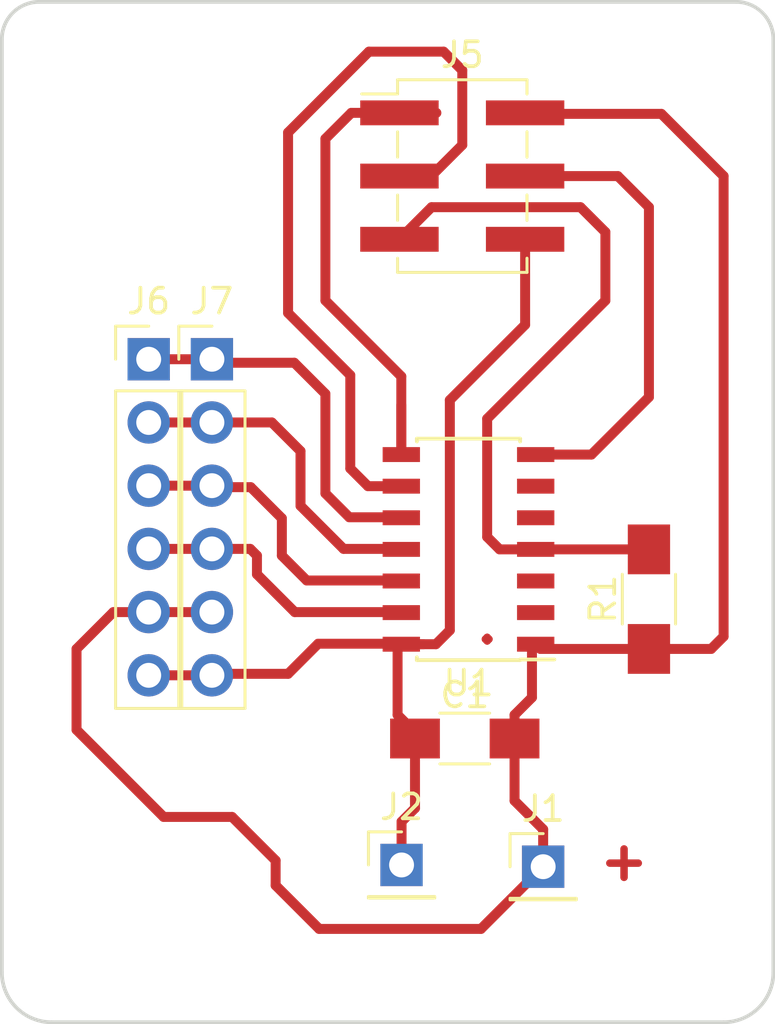
<source format=kicad_pcb>
(kicad_pcb (version 4) (host pcbnew 4.0.7)

  (general
    (links 24)
    (no_connects 0)
    (area 209.924999 71.924999 241.075001 113.075001)
    (thickness 1.6)
    (drawings 10)
    (tracks 103)
    (zones 0)
    (modules 8)
    (nets 15)
  )

  (page A4)
  (layers
    (0 F.Cu signal)
    (31 B.Cu signal)
    (32 B.Adhes user)
    (33 F.Adhes user)
    (34 B.Paste user)
    (35 F.Paste user)
    (36 B.SilkS user)
    (37 F.SilkS user)
    (38 B.Mask user)
    (39 F.Mask user)
    (40 Dwgs.User user)
    (41 Cmts.User user)
    (42 Eco1.User user)
    (43 Eco2.User user)
    (44 Edge.Cuts user)
    (45 Margin user)
    (46 B.CrtYd user)
    (47 F.CrtYd user)
    (48 B.Fab user)
    (49 F.Fab user)
  )

  (setup
    (last_trace_width 0.4)
    (trace_clearance 0.4)
    (zone_clearance 0.508)
    (zone_45_only no)
    (trace_min 0.2)
    (segment_width 0.2)
    (edge_width 0.15)
    (via_size 0.6)
    (via_drill 0.4)
    (via_min_size 0.4)
    (via_min_drill 0.3)
    (uvia_size 0.3)
    (uvia_drill 0.1)
    (uvias_allowed no)
    (uvia_min_size 0.2)
    (uvia_min_drill 0.1)
    (pcb_text_width 0.3)
    (pcb_text_size 1.5 1.5)
    (mod_edge_width 0.15)
    (mod_text_size 1 1)
    (mod_text_width 0.15)
    (pad_size 1.524 1.524)
    (pad_drill 0.762)
    (pad_to_mask_clearance 0.2)
    (aux_axis_origin 0 0)
    (visible_elements FFFFFF7F)
    (pcbplotparams
      (layerselection 0x00030_80000001)
      (usegerberextensions false)
      (excludeedgelayer true)
      (linewidth 0.100000)
      (plotframeref false)
      (viasonmask false)
      (mode 1)
      (useauxorigin false)
      (hpglpennumber 1)
      (hpglpenspeed 20)
      (hpglpendiameter 15)
      (hpglpenoverlay 2)
      (psnegative false)
      (psa4output false)
      (plotreference true)
      (plotvalue true)
      (plotinvisibletext false)
      (padsonsilk false)
      (subtractmaskfromsilk false)
      (outputformat 1)
      (mirror false)
      (drillshape 1)
      (scaleselection 1)
      (outputdirectory ""))
  )

  (net 0 "")
  (net 1 "Net-(C1-Pad1)")
  (net 2 "Net-(C1-Pad2)")
  (net 3 "Net-(J5-Pad1)")
  (net 4 "Net-(J5-Pad3)")
  (net 5 "Net-(J5-Pad4)")
  (net 6 "Net-(J5-Pad5)")
  (net 7 "Net-(J6-Pad3)")
  (net 8 "Net-(J6-Pad4)")
  (net 9 "Net-(U1-Pad2)")
  (net 10 "Net-(U1-Pad3)")
  (net 11 "Net-(U1-Pad5)")
  (net 12 "Net-(U1-Pad6)")
  (net 13 "Net-(J6-Pad1)")
  (net 14 "Net-(J6-Pad2)")

  (net_class Default "This is the default net class."
    (clearance 0.4)
    (trace_width 0.4)
    (via_dia 0.6)
    (via_drill 0.4)
    (uvia_dia 0.3)
    (uvia_drill 0.1)
    (add_net "Net-(C1-Pad1)")
    (add_net "Net-(C1-Pad2)")
    (add_net "Net-(J5-Pad1)")
    (add_net "Net-(J5-Pad3)")
    (add_net "Net-(J5-Pad4)")
    (add_net "Net-(J5-Pad5)")
    (add_net "Net-(J6-Pad1)")
    (add_net "Net-(J6-Pad2)")
    (add_net "Net-(J6-Pad3)")
    (add_net "Net-(J6-Pad4)")
    (add_net "Net-(U1-Pad2)")
    (add_net "Net-(U1-Pad3)")
    (add_net "Net-(U1-Pad5)")
    (add_net "Net-(U1-Pad6)")
  )

  (module Pin_Headers:Pin_Header_Straight_2x03_Pitch2.54mm_SMD (layer F.Cu) (tedit 59650532) (tstamp 5B4E37EE)
    (at 228.5 79)
    (descr "surface-mounted straight pin header, 2x03, 2.54mm pitch, double rows")
    (tags "Surface mounted pin header SMD 2x03 2.54mm double row")
    (path /5B4E216F)
    (attr smd)
    (fp_text reference J5 (at 0 -4.87) (layer F.SilkS)
      (effects (font (size 1 1) (thickness 0.15)))
    )
    (fp_text value Conn_02x03_Odd_Even (at 0 4.87) (layer F.Fab)
      (effects (font (size 1 1) (thickness 0.15)))
    )
    (fp_line (start 2.54 3.81) (end -2.54 3.81) (layer F.Fab) (width 0.1))
    (fp_line (start -1.59 -3.81) (end 2.54 -3.81) (layer F.Fab) (width 0.1))
    (fp_line (start -2.54 3.81) (end -2.54 -2.86) (layer F.Fab) (width 0.1))
    (fp_line (start -2.54 -2.86) (end -1.59 -3.81) (layer F.Fab) (width 0.1))
    (fp_line (start 2.54 -3.81) (end 2.54 3.81) (layer F.Fab) (width 0.1))
    (fp_line (start -2.54 -2.86) (end -3.6 -2.86) (layer F.Fab) (width 0.1))
    (fp_line (start -3.6 -2.86) (end -3.6 -2.22) (layer F.Fab) (width 0.1))
    (fp_line (start -3.6 -2.22) (end -2.54 -2.22) (layer F.Fab) (width 0.1))
    (fp_line (start 2.54 -2.86) (end 3.6 -2.86) (layer F.Fab) (width 0.1))
    (fp_line (start 3.6 -2.86) (end 3.6 -2.22) (layer F.Fab) (width 0.1))
    (fp_line (start 3.6 -2.22) (end 2.54 -2.22) (layer F.Fab) (width 0.1))
    (fp_line (start -2.54 -0.32) (end -3.6 -0.32) (layer F.Fab) (width 0.1))
    (fp_line (start -3.6 -0.32) (end -3.6 0.32) (layer F.Fab) (width 0.1))
    (fp_line (start -3.6 0.32) (end -2.54 0.32) (layer F.Fab) (width 0.1))
    (fp_line (start 2.54 -0.32) (end 3.6 -0.32) (layer F.Fab) (width 0.1))
    (fp_line (start 3.6 -0.32) (end 3.6 0.32) (layer F.Fab) (width 0.1))
    (fp_line (start 3.6 0.32) (end 2.54 0.32) (layer F.Fab) (width 0.1))
    (fp_line (start -2.54 2.22) (end -3.6 2.22) (layer F.Fab) (width 0.1))
    (fp_line (start -3.6 2.22) (end -3.6 2.86) (layer F.Fab) (width 0.1))
    (fp_line (start -3.6 2.86) (end -2.54 2.86) (layer F.Fab) (width 0.1))
    (fp_line (start 2.54 2.22) (end 3.6 2.22) (layer F.Fab) (width 0.1))
    (fp_line (start 3.6 2.22) (end 3.6 2.86) (layer F.Fab) (width 0.1))
    (fp_line (start 3.6 2.86) (end 2.54 2.86) (layer F.Fab) (width 0.1))
    (fp_line (start -2.6 -3.87) (end 2.6 -3.87) (layer F.SilkS) (width 0.12))
    (fp_line (start -2.6 3.87) (end 2.6 3.87) (layer F.SilkS) (width 0.12))
    (fp_line (start -4.04 -3.3) (end -2.6 -3.3) (layer F.SilkS) (width 0.12))
    (fp_line (start -2.6 -3.87) (end -2.6 -3.3) (layer F.SilkS) (width 0.12))
    (fp_line (start 2.6 -3.87) (end 2.6 -3.3) (layer F.SilkS) (width 0.12))
    (fp_line (start -2.6 3.3) (end -2.6 3.87) (layer F.SilkS) (width 0.12))
    (fp_line (start 2.6 3.3) (end 2.6 3.87) (layer F.SilkS) (width 0.12))
    (fp_line (start -2.6 -1.78) (end -2.6 -0.76) (layer F.SilkS) (width 0.12))
    (fp_line (start 2.6 -1.78) (end 2.6 -0.76) (layer F.SilkS) (width 0.12))
    (fp_line (start -2.6 0.76) (end -2.6 1.78) (layer F.SilkS) (width 0.12))
    (fp_line (start 2.6 0.76) (end 2.6 1.78) (layer F.SilkS) (width 0.12))
    (fp_line (start -5.9 -4.35) (end -5.9 4.35) (layer F.CrtYd) (width 0.05))
    (fp_line (start -5.9 4.35) (end 5.9 4.35) (layer F.CrtYd) (width 0.05))
    (fp_line (start 5.9 4.35) (end 5.9 -4.35) (layer F.CrtYd) (width 0.05))
    (fp_line (start 5.9 -4.35) (end -5.9 -4.35) (layer F.CrtYd) (width 0.05))
    (fp_text user %R (at 0 0 90) (layer F.Fab)
      (effects (font (size 1 1) (thickness 0.15)))
    )
    (pad 1 smd rect (at -2.525 -2.54) (size 3.15 1) (layers F.Cu F.Paste F.Mask)
      (net 3 "Net-(J5-Pad1)"))
    (pad 2 smd rect (at 2.525 -2.54) (size 3.15 1) (layers F.Cu F.Paste F.Mask)
      (net 2 "Net-(C1-Pad2)"))
    (pad 3 smd rect (at -2.525 0) (size 3.15 1) (layers F.Cu F.Paste F.Mask)
      (net 4 "Net-(J5-Pad3)"))
    (pad 4 smd rect (at 2.525 0) (size 3.15 1) (layers F.Cu F.Paste F.Mask)
      (net 5 "Net-(J5-Pad4)"))
    (pad 5 smd rect (at -2.525 2.54) (size 3.15 1) (layers F.Cu F.Paste F.Mask)
      (net 6 "Net-(J5-Pad5)"))
    (pad 6 smd rect (at 2.525 2.54) (size 3.15 1) (layers F.Cu F.Paste F.Mask)
      (net 1 "Net-(C1-Pad1)"))
    (model ${KISYS3DMOD}/Pin_Headers.3dshapes/Pin_Header_Straight_2x03_Pitch2.54mm_SMD.wrl
      (at (xyz 0 0 0))
      (scale (xyz 1 1 1))
      (rotate (xyz 0 0 0))
    )
  )

  (module Housings_SOIC:SOIC-14_3.9x8.7mm_Pitch1.27mm (layer F.Cu) (tedit 58CC8F64) (tstamp 5B4E381A)
    (at 228.75 94 180)
    (descr "14-Lead Plastic Small Outline (SL) - Narrow, 3.90 mm Body [SOIC] (see Microchip Packaging Specification 00000049BS.pdf)")
    (tags "SOIC 1.27")
    (path /5B4E221D)
    (attr smd)
    (fp_text reference U1 (at 0 -5.375 180) (layer F.SilkS)
      (effects (font (size 1 1) (thickness 0.15)))
    )
    (fp_text value ATTINY84-20SSU (at 0 5.375 180) (layer F.Fab)
      (effects (font (size 1 1) (thickness 0.15)))
    )
    (fp_text user %R (at 0 0 180) (layer F.Fab)
      (effects (font (size 0.9 0.9) (thickness 0.135)))
    )
    (fp_line (start -0.95 -4.35) (end 1.95 -4.35) (layer F.Fab) (width 0.15))
    (fp_line (start 1.95 -4.35) (end 1.95 4.35) (layer F.Fab) (width 0.15))
    (fp_line (start 1.95 4.35) (end -1.95 4.35) (layer F.Fab) (width 0.15))
    (fp_line (start -1.95 4.35) (end -1.95 -3.35) (layer F.Fab) (width 0.15))
    (fp_line (start -1.95 -3.35) (end -0.95 -4.35) (layer F.Fab) (width 0.15))
    (fp_line (start -3.7 -4.65) (end -3.7 4.65) (layer F.CrtYd) (width 0.05))
    (fp_line (start 3.7 -4.65) (end 3.7 4.65) (layer F.CrtYd) (width 0.05))
    (fp_line (start -3.7 -4.65) (end 3.7 -4.65) (layer F.CrtYd) (width 0.05))
    (fp_line (start -3.7 4.65) (end 3.7 4.65) (layer F.CrtYd) (width 0.05))
    (fp_line (start -2.075 -4.45) (end -2.075 -4.425) (layer F.SilkS) (width 0.15))
    (fp_line (start 2.075 -4.45) (end 2.075 -4.335) (layer F.SilkS) (width 0.15))
    (fp_line (start 2.075 4.45) (end 2.075 4.335) (layer F.SilkS) (width 0.15))
    (fp_line (start -2.075 4.45) (end -2.075 4.335) (layer F.SilkS) (width 0.15))
    (fp_line (start -2.075 -4.45) (end 2.075 -4.45) (layer F.SilkS) (width 0.15))
    (fp_line (start -2.075 4.45) (end 2.075 4.45) (layer F.SilkS) (width 0.15))
    (fp_line (start -2.075 -4.425) (end -3.45 -4.425) (layer F.SilkS) (width 0.15))
    (pad 1 smd rect (at -2.7 -3.81 180) (size 1.5 0.6) (layers F.Cu F.Paste F.Mask)
      (net 2 "Net-(C1-Pad2)"))
    (pad 2 smd rect (at -2.7 -2.54 180) (size 1.5 0.6) (layers F.Cu F.Paste F.Mask)
      (net 9 "Net-(U1-Pad2)"))
    (pad 3 smd rect (at -2.7 -1.27 180) (size 1.5 0.6) (layers F.Cu F.Paste F.Mask)
      (net 10 "Net-(U1-Pad3)"))
    (pad 4 smd rect (at -2.7 0 180) (size 1.5 0.6) (layers F.Cu F.Paste F.Mask)
      (net 6 "Net-(J5-Pad5)"))
    (pad 5 smd rect (at -2.7 1.27 180) (size 1.5 0.6) (layers F.Cu F.Paste F.Mask)
      (net 11 "Net-(U1-Pad5)"))
    (pad 6 smd rect (at -2.7 2.54 180) (size 1.5 0.6) (layers F.Cu F.Paste F.Mask)
      (net 12 "Net-(U1-Pad6)"))
    (pad 7 smd rect (at -2.7 3.81 180) (size 1.5 0.6) (layers F.Cu F.Paste F.Mask)
      (net 5 "Net-(J5-Pad4)"))
    (pad 8 smd rect (at 2.7 3.81 180) (size 1.5 0.6) (layers F.Cu F.Paste F.Mask)
      (net 3 "Net-(J5-Pad1)"))
    (pad 9 smd rect (at 2.7 2.54 180) (size 1.5 0.6) (layers F.Cu F.Paste F.Mask)
      (net 4 "Net-(J5-Pad3)"))
    (pad 10 smd rect (at 2.7 1.27 180) (size 1.5 0.6) (layers F.Cu F.Paste F.Mask)
      (net 13 "Net-(J6-Pad1)"))
    (pad 11 smd rect (at 2.7 0 180) (size 1.5 0.6) (layers F.Cu F.Paste F.Mask)
      (net 14 "Net-(J6-Pad2)"))
    (pad 12 smd rect (at 2.7 -1.27 180) (size 1.5 0.6) (layers F.Cu F.Paste F.Mask)
      (net 7 "Net-(J6-Pad3)"))
    (pad 13 smd rect (at 2.7 -2.54 180) (size 1.5 0.6) (layers F.Cu F.Paste F.Mask)
      (net 8 "Net-(J6-Pad4)"))
    (pad 14 smd rect (at 2.7 -3.81 180) (size 1.5 0.6) (layers F.Cu F.Paste F.Mask)
      (net 1 "Net-(C1-Pad1)"))
    (model ${KISYS3DMOD}/Housings_SOIC.3dshapes/SOIC-14_3.9x8.7mm_Pitch1.27mm.wrl
      (at (xyz 0 0 0))
      (scale (xyz 1 1 1))
      (rotate (xyz 0 0 0))
    )
  )

  (module Capacitors_SMD:C_1206_HandSoldering (layer F.Cu) (tedit 58AA84D1) (tstamp 5B4E37DA)
    (at 228.6 101.6)
    (descr "Capacitor SMD 1206, hand soldering")
    (tags "capacitor 1206")
    (path /5B4E2AF2)
    (attr smd)
    (fp_text reference C1 (at 0 -1.75) (layer F.SilkS)
      (effects (font (size 1 1) (thickness 0.15)))
    )
    (fp_text value C (at 0 2) (layer F.Fab)
      (effects (font (size 1 1) (thickness 0.15)))
    )
    (fp_text user %R (at 0 -1.75) (layer F.Fab)
      (effects (font (size 1 1) (thickness 0.15)))
    )
    (fp_line (start -1.6 0.8) (end -1.6 -0.8) (layer F.Fab) (width 0.1))
    (fp_line (start 1.6 0.8) (end -1.6 0.8) (layer F.Fab) (width 0.1))
    (fp_line (start 1.6 -0.8) (end 1.6 0.8) (layer F.Fab) (width 0.1))
    (fp_line (start -1.6 -0.8) (end 1.6 -0.8) (layer F.Fab) (width 0.1))
    (fp_line (start 1 -1.02) (end -1 -1.02) (layer F.SilkS) (width 0.12))
    (fp_line (start -1 1.02) (end 1 1.02) (layer F.SilkS) (width 0.12))
    (fp_line (start -3.25 -1.05) (end 3.25 -1.05) (layer F.CrtYd) (width 0.05))
    (fp_line (start -3.25 -1.05) (end -3.25 1.05) (layer F.CrtYd) (width 0.05))
    (fp_line (start 3.25 1.05) (end 3.25 -1.05) (layer F.CrtYd) (width 0.05))
    (fp_line (start 3.25 1.05) (end -3.25 1.05) (layer F.CrtYd) (width 0.05))
    (pad 1 smd rect (at -2 0) (size 2 1.6) (layers F.Cu F.Paste F.Mask)
      (net 1 "Net-(C1-Pad1)"))
    (pad 2 smd rect (at 2 0) (size 2 1.6) (layers F.Cu F.Paste F.Mask)
      (net 2 "Net-(C1-Pad2)"))
    (model Capacitors_SMD.3dshapes/C_1206.wrl
      (at (xyz 0 0 0))
      (scale (xyz 1 1 1))
      (rotate (xyz 0 0 0))
    )
  )

  (module Pin_Headers:Pin_Header_Straight_1x01_Pitch2.54mm (layer F.Cu) (tedit 59650532) (tstamp 5B4E37DF)
    (at 231.75 106.75)
    (descr "Through hole straight pin header, 1x01, 2.54mm pitch, single row")
    (tags "Through hole pin header THT 1x01 2.54mm single row")
    (path /5B4E23C5)
    (fp_text reference J1 (at 0 -2.33) (layer F.SilkS)
      (effects (font (size 1 1) (thickness 0.15)))
    )
    (fp_text value Conn_01x01 (at 0 2.33) (layer F.Fab)
      (effects (font (size 1 1) (thickness 0.15)))
    )
    (fp_line (start -0.635 -1.27) (end 1.27 -1.27) (layer F.Fab) (width 0.1))
    (fp_line (start 1.27 -1.27) (end 1.27 1.27) (layer F.Fab) (width 0.1))
    (fp_line (start 1.27 1.27) (end -1.27 1.27) (layer F.Fab) (width 0.1))
    (fp_line (start -1.27 1.27) (end -1.27 -0.635) (layer F.Fab) (width 0.1))
    (fp_line (start -1.27 -0.635) (end -0.635 -1.27) (layer F.Fab) (width 0.1))
    (fp_line (start -1.33 1.33) (end 1.33 1.33) (layer F.SilkS) (width 0.12))
    (fp_line (start -1.33 1.27) (end -1.33 1.33) (layer F.SilkS) (width 0.12))
    (fp_line (start 1.33 1.27) (end 1.33 1.33) (layer F.SilkS) (width 0.12))
    (fp_line (start -1.33 1.27) (end 1.33 1.27) (layer F.SilkS) (width 0.12))
    (fp_line (start -1.33 0) (end -1.33 -1.33) (layer F.SilkS) (width 0.12))
    (fp_line (start -1.33 -1.33) (end 0 -1.33) (layer F.SilkS) (width 0.12))
    (fp_line (start -1.8 -1.8) (end -1.8 1.8) (layer F.CrtYd) (width 0.05))
    (fp_line (start -1.8 1.8) (end 1.8 1.8) (layer F.CrtYd) (width 0.05))
    (fp_line (start 1.8 1.8) (end 1.8 -1.8) (layer F.CrtYd) (width 0.05))
    (fp_line (start 1.8 -1.8) (end -1.8 -1.8) (layer F.CrtYd) (width 0.05))
    (fp_text user %R (at 0 0 90) (layer F.Fab)
      (effects (font (size 1 1) (thickness 0.15)))
    )
    (pad 1 thru_hole rect (at 0 0) (size 1.7 1.7) (drill 1) (layers *.Cu *.Mask)
      (net 2 "Net-(C1-Pad2)"))
    (model ${KISYS3DMOD}/Pin_Headers.3dshapes/Pin_Header_Straight_1x01_Pitch2.54mm.wrl
      (at (xyz 0 0 0))
      (scale (xyz 1 1 1))
      (rotate (xyz 0 0 0))
    )
  )

  (module Pin_Headers:Pin_Header_Straight_1x01_Pitch2.54mm (layer F.Cu) (tedit 59650532) (tstamp 5B4E37E4)
    (at 226.06 106.68)
    (descr "Through hole straight pin header, 1x01, 2.54mm pitch, single row")
    (tags "Through hole pin header THT 1x01 2.54mm single row")
    (path /5B4E236A)
    (fp_text reference J2 (at 0 -2.33) (layer F.SilkS)
      (effects (font (size 1 1) (thickness 0.15)))
    )
    (fp_text value Conn_01x01 (at 0 2.33) (layer F.Fab)
      (effects (font (size 1 1) (thickness 0.15)))
    )
    (fp_line (start -0.635 -1.27) (end 1.27 -1.27) (layer F.Fab) (width 0.1))
    (fp_line (start 1.27 -1.27) (end 1.27 1.27) (layer F.Fab) (width 0.1))
    (fp_line (start 1.27 1.27) (end -1.27 1.27) (layer F.Fab) (width 0.1))
    (fp_line (start -1.27 1.27) (end -1.27 -0.635) (layer F.Fab) (width 0.1))
    (fp_line (start -1.27 -0.635) (end -0.635 -1.27) (layer F.Fab) (width 0.1))
    (fp_line (start -1.33 1.33) (end 1.33 1.33) (layer F.SilkS) (width 0.12))
    (fp_line (start -1.33 1.27) (end -1.33 1.33) (layer F.SilkS) (width 0.12))
    (fp_line (start 1.33 1.27) (end 1.33 1.33) (layer F.SilkS) (width 0.12))
    (fp_line (start -1.33 1.27) (end 1.33 1.27) (layer F.SilkS) (width 0.12))
    (fp_line (start -1.33 0) (end -1.33 -1.33) (layer F.SilkS) (width 0.12))
    (fp_line (start -1.33 -1.33) (end 0 -1.33) (layer F.SilkS) (width 0.12))
    (fp_line (start -1.8 -1.8) (end -1.8 1.8) (layer F.CrtYd) (width 0.05))
    (fp_line (start -1.8 1.8) (end 1.8 1.8) (layer F.CrtYd) (width 0.05))
    (fp_line (start 1.8 1.8) (end 1.8 -1.8) (layer F.CrtYd) (width 0.05))
    (fp_line (start 1.8 -1.8) (end -1.8 -1.8) (layer F.CrtYd) (width 0.05))
    (fp_text user %R (at 0 0 90) (layer F.Fab)
      (effects (font (size 1 1) (thickness 0.15)))
    )
    (pad 1 thru_hole rect (at 0 0) (size 1.7 1.7) (drill 1) (layers *.Cu *.Mask)
      (net 1 "Net-(C1-Pad1)"))
    (model ${KISYS3DMOD}/Pin_Headers.3dshapes/Pin_Header_Straight_1x01_Pitch2.54mm.wrl
      (at (xyz 0 0 0))
      (scale (xyz 1 1 1))
      (rotate (xyz 0 0 0))
    )
  )

  (module Pin_Headers:Pin_Header_Straight_1x06_Pitch2.54mm (layer F.Cu) (tedit 59650532) (tstamp 5B4E37F8)
    (at 215.9 86.36)
    (descr "Through hole straight pin header, 1x06, 2.54mm pitch, single row")
    (tags "Through hole pin header THT 1x06 2.54mm single row")
    (path /5B4E5E3B)
    (fp_text reference J6 (at 0 -2.33) (layer F.SilkS)
      (effects (font (size 1 1) (thickness 0.15)))
    )
    (fp_text value Conn_01x06 (at 0 15.03) (layer F.Fab)
      (effects (font (size 1 1) (thickness 0.15)))
    )
    (fp_line (start -0.635 -1.27) (end 1.27 -1.27) (layer F.Fab) (width 0.1))
    (fp_line (start 1.27 -1.27) (end 1.27 13.97) (layer F.Fab) (width 0.1))
    (fp_line (start 1.27 13.97) (end -1.27 13.97) (layer F.Fab) (width 0.1))
    (fp_line (start -1.27 13.97) (end -1.27 -0.635) (layer F.Fab) (width 0.1))
    (fp_line (start -1.27 -0.635) (end -0.635 -1.27) (layer F.Fab) (width 0.1))
    (fp_line (start -1.33 14.03) (end 1.33 14.03) (layer F.SilkS) (width 0.12))
    (fp_line (start -1.33 1.27) (end -1.33 14.03) (layer F.SilkS) (width 0.12))
    (fp_line (start 1.33 1.27) (end 1.33 14.03) (layer F.SilkS) (width 0.12))
    (fp_line (start -1.33 1.27) (end 1.33 1.27) (layer F.SilkS) (width 0.12))
    (fp_line (start -1.33 0) (end -1.33 -1.33) (layer F.SilkS) (width 0.12))
    (fp_line (start -1.33 -1.33) (end 0 -1.33) (layer F.SilkS) (width 0.12))
    (fp_line (start -1.8 -1.8) (end -1.8 14.5) (layer F.CrtYd) (width 0.05))
    (fp_line (start -1.8 14.5) (end 1.8 14.5) (layer F.CrtYd) (width 0.05))
    (fp_line (start 1.8 14.5) (end 1.8 -1.8) (layer F.CrtYd) (width 0.05))
    (fp_line (start 1.8 -1.8) (end -1.8 -1.8) (layer F.CrtYd) (width 0.05))
    (fp_text user %R (at 0 6.35 90) (layer F.Fab)
      (effects (font (size 1 1) (thickness 0.15)))
    )
    (pad 1 thru_hole rect (at 0 0) (size 1.7 1.7) (drill 1) (layers *.Cu *.Mask)
      (net 13 "Net-(J6-Pad1)"))
    (pad 2 thru_hole oval (at 0 2.54) (size 1.7 1.7) (drill 1) (layers *.Cu *.Mask)
      (net 14 "Net-(J6-Pad2)"))
    (pad 3 thru_hole oval (at 0 5.08) (size 1.7 1.7) (drill 1) (layers *.Cu *.Mask)
      (net 7 "Net-(J6-Pad3)"))
    (pad 4 thru_hole oval (at 0 7.62) (size 1.7 1.7) (drill 1) (layers *.Cu *.Mask)
      (net 8 "Net-(J6-Pad4)"))
    (pad 5 thru_hole oval (at 0 10.16) (size 1.7 1.7) (drill 1) (layers *.Cu *.Mask)
      (net 2 "Net-(C1-Pad2)"))
    (pad 6 thru_hole oval (at 0 12.7) (size 1.7 1.7) (drill 1) (layers *.Cu *.Mask)
      (net 1 "Net-(C1-Pad1)"))
    (model ${KISYS3DMOD}/Pin_Headers.3dshapes/Pin_Header_Straight_1x06_Pitch2.54mm.wrl
      (at (xyz 0 0 0))
      (scale (xyz 1 1 1))
      (rotate (xyz 0 0 0))
    )
  )

  (module Pin_Headers:Pin_Header_Straight_1x06_Pitch2.54mm (layer F.Cu) (tedit 59650532) (tstamp 5B4E3802)
    (at 218.44 86.36)
    (descr "Through hole straight pin header, 1x06, 2.54mm pitch, single row")
    (tags "Through hole pin header THT 1x06 2.54mm single row")
    (path /5B4E5E94)
    (fp_text reference J7 (at 0 -2.33) (layer F.SilkS)
      (effects (font (size 1 1) (thickness 0.15)))
    )
    (fp_text value Conn_01x06 (at 0 15.03) (layer F.Fab)
      (effects (font (size 1 1) (thickness 0.15)))
    )
    (fp_line (start -0.635 -1.27) (end 1.27 -1.27) (layer F.Fab) (width 0.1))
    (fp_line (start 1.27 -1.27) (end 1.27 13.97) (layer F.Fab) (width 0.1))
    (fp_line (start 1.27 13.97) (end -1.27 13.97) (layer F.Fab) (width 0.1))
    (fp_line (start -1.27 13.97) (end -1.27 -0.635) (layer F.Fab) (width 0.1))
    (fp_line (start -1.27 -0.635) (end -0.635 -1.27) (layer F.Fab) (width 0.1))
    (fp_line (start -1.33 14.03) (end 1.33 14.03) (layer F.SilkS) (width 0.12))
    (fp_line (start -1.33 1.27) (end -1.33 14.03) (layer F.SilkS) (width 0.12))
    (fp_line (start 1.33 1.27) (end 1.33 14.03) (layer F.SilkS) (width 0.12))
    (fp_line (start -1.33 1.27) (end 1.33 1.27) (layer F.SilkS) (width 0.12))
    (fp_line (start -1.33 0) (end -1.33 -1.33) (layer F.SilkS) (width 0.12))
    (fp_line (start -1.33 -1.33) (end 0 -1.33) (layer F.SilkS) (width 0.12))
    (fp_line (start -1.8 -1.8) (end -1.8 14.5) (layer F.CrtYd) (width 0.05))
    (fp_line (start -1.8 14.5) (end 1.8 14.5) (layer F.CrtYd) (width 0.05))
    (fp_line (start 1.8 14.5) (end 1.8 -1.8) (layer F.CrtYd) (width 0.05))
    (fp_line (start 1.8 -1.8) (end -1.8 -1.8) (layer F.CrtYd) (width 0.05))
    (fp_text user %R (at 0 6.35 90) (layer F.Fab)
      (effects (font (size 1 1) (thickness 0.15)))
    )
    (pad 1 thru_hole rect (at 0 0) (size 1.7 1.7) (drill 1) (layers *.Cu *.Mask)
      (net 13 "Net-(J6-Pad1)"))
    (pad 2 thru_hole oval (at 0 2.54) (size 1.7 1.7) (drill 1) (layers *.Cu *.Mask)
      (net 14 "Net-(J6-Pad2)"))
    (pad 3 thru_hole oval (at 0 5.08) (size 1.7 1.7) (drill 1) (layers *.Cu *.Mask)
      (net 7 "Net-(J6-Pad3)"))
    (pad 4 thru_hole oval (at 0 7.62) (size 1.7 1.7) (drill 1) (layers *.Cu *.Mask)
      (net 8 "Net-(J6-Pad4)"))
    (pad 5 thru_hole oval (at 0 10.16) (size 1.7 1.7) (drill 1) (layers *.Cu *.Mask)
      (net 2 "Net-(C1-Pad2)"))
    (pad 6 thru_hole oval (at 0 12.7) (size 1.7 1.7) (drill 1) (layers *.Cu *.Mask)
      (net 1 "Net-(C1-Pad1)"))
    (model ${KISYS3DMOD}/Pin_Headers.3dshapes/Pin_Header_Straight_1x06_Pitch2.54mm.wrl
      (at (xyz 0 0 0))
      (scale (xyz 1 1 1))
      (rotate (xyz 0 0 0))
    )
  )

  (module Resistors_SMD:R_1206_HandSoldering (layer F.Cu) (tedit 58E0A804) (tstamp 5B4E3808)
    (at 236 96 90)
    (descr "Resistor SMD 1206, hand soldering")
    (tags "resistor 1206")
    (path /5B4E3B3D)
    (attr smd)
    (fp_text reference R1 (at 0 -1.85 90) (layer F.SilkS)
      (effects (font (size 1 1) (thickness 0.15)))
    )
    (fp_text value R (at 0 1.9 90) (layer F.Fab)
      (effects (font (size 1 1) (thickness 0.15)))
    )
    (fp_text user %R (at 0 0 90) (layer F.Fab)
      (effects (font (size 0.7 0.7) (thickness 0.105)))
    )
    (fp_line (start -1.6 0.8) (end -1.6 -0.8) (layer F.Fab) (width 0.1))
    (fp_line (start 1.6 0.8) (end -1.6 0.8) (layer F.Fab) (width 0.1))
    (fp_line (start 1.6 -0.8) (end 1.6 0.8) (layer F.Fab) (width 0.1))
    (fp_line (start -1.6 -0.8) (end 1.6 -0.8) (layer F.Fab) (width 0.1))
    (fp_line (start 1 1.07) (end -1 1.07) (layer F.SilkS) (width 0.12))
    (fp_line (start -1 -1.07) (end 1 -1.07) (layer F.SilkS) (width 0.12))
    (fp_line (start -3.25 -1.11) (end 3.25 -1.11) (layer F.CrtYd) (width 0.05))
    (fp_line (start -3.25 -1.11) (end -3.25 1.1) (layer F.CrtYd) (width 0.05))
    (fp_line (start 3.25 1.1) (end 3.25 -1.11) (layer F.CrtYd) (width 0.05))
    (fp_line (start 3.25 1.1) (end -3.25 1.1) (layer F.CrtYd) (width 0.05))
    (pad 1 smd rect (at -2 0 90) (size 2 1.7) (layers F.Cu F.Paste F.Mask)
      (net 2 "Net-(C1-Pad2)"))
    (pad 2 smd rect (at 2 0 90) (size 2 1.7) (layers F.Cu F.Paste F.Mask)
      (net 6 "Net-(J5-Pad5)"))
    (model ${KISYS3DMOD}/Resistors_SMD.3dshapes/R_1206.wrl
      (at (xyz 0 0 0))
      (scale (xyz 1 1 1))
      (rotate (xyz 0 0 0))
    )
  )

  (gr_text "+\n" (at 235 106.5) (layer F.Cu)
    (effects (font (size 1.5 1.5) (thickness 0.3)))
  )
  (gr_text ".\n" (at 229.5 97) (layer F.Cu)
    (effects (font (size 1.5 1.5) (thickness 0.3)))
  )
  (gr_line (start 239.5 72) (end 211.5 72) (angle 90) (layer Edge.Cuts) (width 0.15))
  (gr_arc (start 211.5 73.5) (end 210 73.5) (angle 90) (layer Edge.Cuts) (width 0.15))
  (gr_arc (start 239.5 73.5) (end 239.5 72) (angle 90) (layer Edge.Cuts) (width 0.15))
  (gr_arc (start 212 111) (end 212 113) (angle 90) (layer Edge.Cuts) (width 0.15))
  (gr_arc (start 239 111) (end 241 111) (angle 90) (layer Edge.Cuts) (width 0.15))
  (gr_line (start 212 113) (end 239 113) (angle 90) (layer Edge.Cuts) (width 0.15))
  (gr_line (start 210 73.5) (end 210 111) (angle 90) (layer Edge.Cuts) (width 0.15) (tstamp 5B4E4CF1))
  (gr_line (start 241 73.5) (end 241 111) (angle 90) (layer Edge.Cuts) (width 0.15))

  (segment (start 226.05 97.81) (end 227.44 97.81) (width 0.4) (layer F.Cu) (net 1))
  (segment (start 231.025 84.975) (end 231.025 81.54) (width 0.4) (layer F.Cu) (net 1) (tstamp 5B4E4A4A))
  (segment (start 228 88) (end 231.025 84.975) (width 0.4) (layer F.Cu) (net 1) (tstamp 5B4E4A46))
  (segment (start 228 97.25) (end 228 88) (width 0.4) (layer F.Cu) (net 1) (tstamp 5B4E4A43))
  (segment (start 227.44 97.81) (end 228 97.25) (width 0.4) (layer F.Cu) (net 1) (tstamp 5B4E4A41))
  (segment (start 226.6 101.6) (end 226.6 101.35) (width 0.4) (layer F.Cu) (net 1))
  (segment (start 226.6 101.35) (end 225.9 100.65) (width 0.4) (layer F.Cu) (net 1) (tstamp 5B4E3E0A))
  (segment (start 226.06 106.68) (end 226.06 104.94) (width 0.4) (layer F.Cu) (net 1))
  (segment (start 226.6 104.4) (end 226.6 101.6) (width 0.4) (layer F.Cu) (net 1) (tstamp 5B4E3DDC))
  (segment (start 226.06 104.94) (end 226.6 104.4) (width 0.4) (layer F.Cu) (net 1) (tstamp 5B4E3DD9))
  (segment (start 215.9 99.06) (end 218.44 99.06) (width 0.4) (layer F.Cu) (net 1))
  (segment (start 218.44 99.06) (end 218.5 99) (width 0.4) (layer F.Cu) (net 1) (tstamp 5B4E3DCC))
  (segment (start 218.5 99) (end 221.5 99) (width 0.4) (layer F.Cu) (net 1) (tstamp 5B4E3DCD))
  (segment (start 221.5 99) (end 222.71 97.79) (width 0.4) (layer F.Cu) (net 1) (tstamp 5B4E3DD1))
  (segment (start 226.05 97.81) (end 226.94 97.81) (width 0.4) (layer F.Cu) (net 1))
  (segment (start 225.9 100.65) (end 225.9 97.79) (width 0.4) (layer F.Cu) (net 1) (tstamp 5B4E3E0B))
  (segment (start 222.71 97.79) (end 225.9 97.79) (width 0.4) (layer F.Cu) (net 1) (tstamp 5B4E3DD2))
  (segment (start 236 98) (end 238.5 98) (width 0.4) (layer F.Cu) (net 2))
  (segment (start 236.5 76.5) (end 231.065 76.5) (width 0.4) (layer F.Cu) (net 2) (tstamp 5B4E4FB2))
  (segment (start 239 79) (end 236.5 76.5) (width 0.4) (layer F.Cu) (net 2) (tstamp 5B4E4FAE))
  (segment (start 239 97.5) (end 239 79) (width 0.4) (layer F.Cu) (net 2) (tstamp 5B4E4FAC))
  (segment (start 238.5 98) (end 239 97.5) (width 0.4) (layer F.Cu) (net 2) (tstamp 5B4E4FA9))
  (segment (start 231.065 76.5) (end 231.025 76.46) (width 0.4) (layer F.Cu) (net 2) (tstamp 5B4E4FC0))
  (segment (start 236 98) (end 231.64 98) (width 0.4) (layer F.Cu) (net 2))
  (segment (start 231.64 98) (end 231.45 97.81) (width 0.4) (layer F.Cu) (net 2) (tstamp 5B4E4F84))
  (segment (start 215.9 96.52) (end 214.48 96.52) (width 0.4) (layer F.Cu) (net 2))
  (segment (start 229.25 109.25) (end 231.75 106.75) (width 0.4) (layer F.Cu) (net 2) (tstamp 5B4E4B07))
  (segment (start 222.75 109.25) (end 229.25 109.25) (width 0.4) (layer F.Cu) (net 2) (tstamp 5B4E4B05))
  (segment (start 221 107.5) (end 222.75 109.25) (width 0.4) (layer F.Cu) (net 2) (tstamp 5B4E4B04))
  (segment (start 221 106.5) (end 221 107.5) (width 0.4) (layer F.Cu) (net 2) (tstamp 5B4E4B02))
  (segment (start 219.25 104.75) (end 221 106.5) (width 0.4) (layer F.Cu) (net 2) (tstamp 5B4E4B00))
  (segment (start 216.5 104.75) (end 219.25 104.75) (width 0.4) (layer F.Cu) (net 2) (tstamp 5B4E4AFD))
  (segment (start 213 101.25) (end 216.5 104.75) (width 0.4) (layer F.Cu) (net 2) (tstamp 5B4E4AFA))
  (segment (start 213 98) (end 213 101.25) (width 0.4) (layer F.Cu) (net 2) (tstamp 5B4E4AF7))
  (segment (start 214.48 96.52) (end 213 98) (width 0.4) (layer F.Cu) (net 2) (tstamp 5B4E4AF4))
  (segment (start 236.25 98.25) (end 236 98) (width 0.4) (layer F.Cu) (net 2) (tstamp 5B4E48CA))
  (segment (start 218.44 96.52) (end 215.9 96.52) (width 0.4) (layer F.Cu) (net 2))
  (segment (start 215.9 96.52) (end 215.67 96.75) (width 0.4) (layer F.Cu) (net 2) (tstamp 5B4E48BB))
  (segment (start 230.6 101.6) (end 230.6 100.65) (width 0.4) (layer F.Cu) (net 2))
  (segment (start 230.6 100.65) (end 231.3 99.95) (width 0.4) (layer F.Cu) (net 2) (tstamp 5B4E3E0E))
  (segment (start 231.75 106.75) (end 231.75 105.25) (width 0.4) (layer F.Cu) (net 2))
  (segment (start 231.75 105.25) (end 230.6 104.1) (width 0.4) (layer F.Cu) (net 2) (tstamp 5B4E3DF6))
  (segment (start 230.6 104.1) (end 230.6 101.6) (width 0.4) (layer F.Cu) (net 2) (tstamp 5B4E3DF7))
  (segment (start 218.44 96.52) (end 218.46 96.5) (width 0.4) (layer F.Cu) (net 2) (tstamp 5B4E3D14))
  (segment (start 231.3 99.95) (end 231.3 97.79) (width 0.4) (layer F.Cu) (net 2) (tstamp 5B4E3E0F))
  (segment (start 226.05 90.19) (end 226.05 87.05) (width 0.4) (layer F.Cu) (net 3))
  (segment (start 224.04 76.46) (end 225.975 76.46) (width 0.4) (layer F.Cu) (net 3) (tstamp 5B4E4AB4))
  (segment (start 223 77.5) (end 224.04 76.46) (width 0.4) (layer F.Cu) (net 3) (tstamp 5B4E4AB2))
  (segment (start 223 84) (end 223 77.5) (width 0.4) (layer F.Cu) (net 3) (tstamp 5B4E4AAC))
  (segment (start 226.05 87.05) (end 223 84) (width 0.4) (layer F.Cu) (net 3) (tstamp 5B4E4AA8))
  (segment (start 227.46 76.46) (end 225.975 76.46) (width 0.4) (layer F.Cu) (net 3) (tstamp 5B4E4993))
  (segment (start 226.05 88.2) (end 226.05 90.19) (width 0.4) (layer F.Cu) (net 3) (tstamp 5B4E41D7))
  (segment (start 226.05 91.46) (end 224.71 91.46) (width 0.4) (layer F.Cu) (net 4))
  (segment (start 228.5 77.75) (end 227.25 79) (width 0.4) (layer F.Cu) (net 4) (tstamp 5B4E4AC7))
  (segment (start 228.5 74.75) (end 228.5 77.75) (width 0.4) (layer F.Cu) (net 4) (tstamp 5B4E4AC6))
  (segment (start 227.75 74) (end 228.5 74.75) (width 0.4) (layer F.Cu) (net 4) (tstamp 5B4E4AC5))
  (segment (start 224.75 74) (end 227.75 74) (width 0.4) (layer F.Cu) (net 4) (tstamp 5B4E4AC3))
  (segment (start 221.5 77.25) (end 224.75 74) (width 0.4) (layer F.Cu) (net 4) (tstamp 5B4E4ABF))
  (segment (start 221.5 84.5) (end 221.5 77.25) (width 0.4) (layer F.Cu) (net 4) (tstamp 5B4E4ABD))
  (segment (start 224 87) (end 221.5 84.5) (width 0.4) (layer F.Cu) (net 4) (tstamp 5B4E4ABA))
  (segment (start 224 90.75) (end 224 87) (width 0.4) (layer F.Cu) (net 4) (tstamp 5B4E4AB8))
  (segment (start 224.71 91.46) (end 224 90.75) (width 0.4) (layer F.Cu) (net 4) (tstamp 5B4E4AB7))
  (segment (start 227.25 79) (end 225.975 79) (width 0.4) (layer F.Cu) (net 4) (tstamp 5B4E4ACA))
  (segment (start 231.45 90.19) (end 233.69 90.19) (width 0.4) (layer F.Cu) (net 5))
  (segment (start 234.75 79) (end 231.025 79) (width 0.4) (layer F.Cu) (net 5) (tstamp 5B4E4988))
  (segment (start 236 80.25) (end 234.75 79) (width 0.4) (layer F.Cu) (net 5) (tstamp 5B4E4986))
  (segment (start 236 87.88) (end 236 80.25) (width 0.4) (layer F.Cu) (net 5) (tstamp 5B4E4985))
  (segment (start 233.69 90.19) (end 236 87.88) (width 0.4) (layer F.Cu) (net 5) (tstamp 5B4E4983))
  (segment (start 231.45 94) (end 230 94) (width 0.4) (layer F.Cu) (net 6))
  (segment (start 227.265 80.25) (end 225.975 81.54) (width 0.4) (layer F.Cu) (net 6) (tstamp 5B4E4A96))
  (segment (start 233.25 80.25) (end 227.265 80.25) (width 0.4) (layer F.Cu) (net 6) (tstamp 5B4E4A94))
  (segment (start 234.25 81.25) (end 233.25 80.25) (width 0.4) (layer F.Cu) (net 6) (tstamp 5B4E4A93))
  (segment (start 234.25 84) (end 234.25 81.25) (width 0.4) (layer F.Cu) (net 6) (tstamp 5B4E4A90))
  (segment (start 229.5 88.75) (end 234.25 84) (width 0.4) (layer F.Cu) (net 6) (tstamp 5B4E4A8E))
  (segment (start 229.5 93.5) (end 229.5 88.75) (width 0.4) (layer F.Cu) (net 6) (tstamp 5B4E4A8C))
  (segment (start 230 94) (end 229.5 93.5) (width 0.4) (layer F.Cu) (net 6) (tstamp 5B4E4A8A))
  (segment (start 236 94) (end 231.45 94) (width 0.4) (layer F.Cu) (net 6))
  (segment (start 215.9 91.44) (end 218.44 91.44) (width 0.4) (layer F.Cu) (net 7))
  (segment (start 218.44 91.44) (end 218.5 91.5) (width 0.4) (layer F.Cu) (net 7) (tstamp 5B4E3A95))
  (segment (start 218.5 91.5) (end 220 91.5) (width 0.4) (layer F.Cu) (net 7) (tstamp 5B4E3A96))
  (segment (start 220 91.5) (end 221.25 92.75) (width 0.4) (layer F.Cu) (net 7) (tstamp 5B4E3A98))
  (segment (start 221.25 92.75) (end 221.25 94.25) (width 0.4) (layer F.Cu) (net 7) (tstamp 5B4E3AA1))
  (segment (start 221.25 94.25) (end 222.25 95.25) (width 0.4) (layer F.Cu) (net 7) (tstamp 5B4E3AA6))
  (segment (start 222.25 95.25) (end 225.9 95.25) (width 0.4) (layer F.Cu) (net 7) (tstamp 5B4E3AA9))
  (segment (start 215.9 93.98) (end 218.44 93.98) (width 0.4) (layer F.Cu) (net 8))
  (segment (start 218.44 93.98) (end 219.98 93.98) (width 0.4) (layer F.Cu) (net 8))
  (segment (start 219.98 93.98) (end 220.25 94.25) (width 0.4) (layer F.Cu) (net 8) (tstamp 5B4E3AAF))
  (segment (start 221.77 96.52) (end 225.9 96.52) (width 0.4) (layer F.Cu) (net 8) (tstamp 5B4E3AC2))
  (segment (start 220.25 95) (end 221.77 96.52) (width 0.4) (layer F.Cu) (net 8) (tstamp 5B4E3ABF))
  (segment (start 220.25 94.25) (end 220.25 95) (width 0.4) (layer F.Cu) (net 8) (tstamp 5B4E3AB1))
  (segment (start 223.96 92.71) (end 225.9 92.71) (width 0.4) (layer F.Cu) (net 13) (tstamp 5B4E3A7F))
  (segment (start 215.9 86.36) (end 218.44 86.36) (width 0.4) (layer F.Cu) (net 13))
  (segment (start 218.44 86.36) (end 218.58 86.5) (width 0.4) (layer F.Cu) (net 13) (tstamp 5B4E3A7A))
  (segment (start 218.58 86.5) (end 221.75 86.5) (width 0.4) (layer F.Cu) (net 13) (tstamp 5B4E3A7B))
  (segment (start 221.75 86.5) (end 223 87.75) (width 0.4) (layer F.Cu) (net 13) (tstamp 5B4E3A7C))
  (segment (start 223 87.75) (end 223 91.75) (width 0.4) (layer F.Cu) (net 13) (tstamp 5B4E3A7D))
  (segment (start 223 91.75) (end 223.96 92.71) (width 0.4) (layer F.Cu) (net 13) (tstamp 5B4E3A7E))
  (segment (start 223.73 93.98) (end 225.9 93.98) (width 0.4) (layer F.Cu) (net 14) (tstamp 5B4E3A91))
  (segment (start 222 92.25) (end 223.73 93.98) (width 0.4) (layer F.Cu) (net 14) (tstamp 5B4E3A90))
  (segment (start 222 90.050002) (end 222 92.25) (width 0.4) (layer F.Cu) (net 14) (tstamp 5B4E3A8F))
  (segment (start 215.9 88.9) (end 218.44 88.9) (width 0.4) (layer F.Cu) (net 14))
  (segment (start 218.44 88.9) (end 220.849998 88.9) (width 0.4) (layer F.Cu) (net 14))
  (segment (start 220.849998 88.9) (end 222 90.050002) (width 0.4) (layer F.Cu) (net 14) (tstamp 5B4E3A8E))

)

</source>
